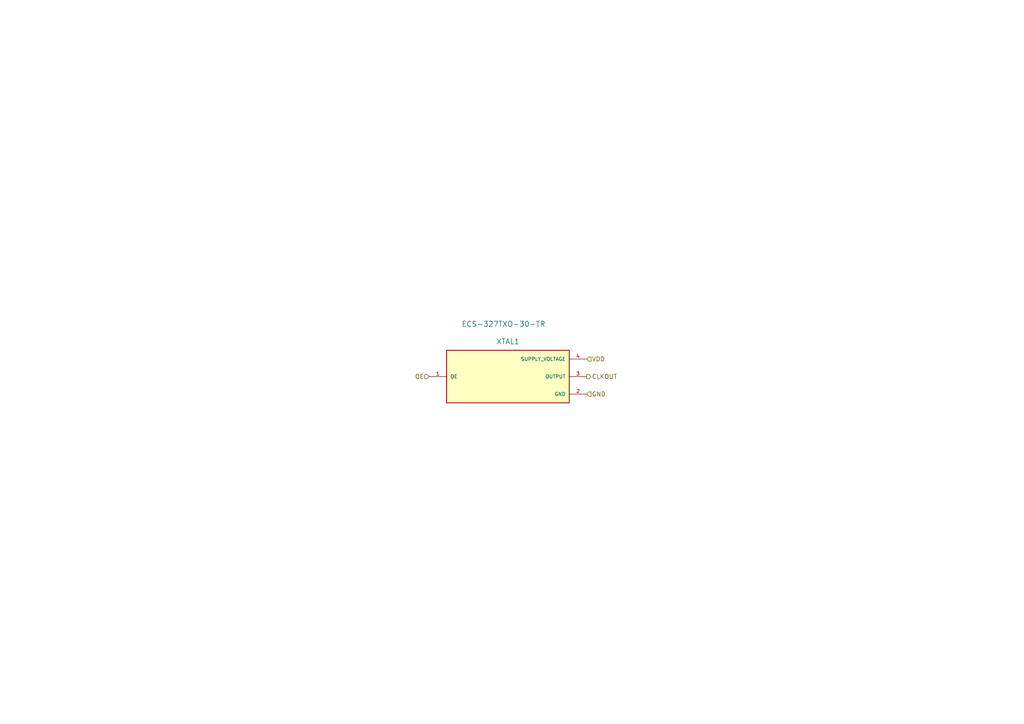
<source format=kicad_sch>
(kicad_sch (version 20230121) (generator eeschema)
  (paper "A4")
  (lib_symbols
    (symbol "ECS-327TXO-30-TR:ECS-327TXO-30-TR" (pin_names (offset 1.016))
      (property "Reference" "Y" (at -17.78 8.89 0))
      (property "Value" "ECS-327TXO-30-TR" (at -17.78 -10.16 0))
      (symbol "ECS-327TXO-30-TR_0_0"
        (rectangle (start -17.78 -7.62) (end 17.78 7.62) (stroke (width 0.254)) (fill (type background)))
        (pin input line (at -22.86 0 0) (length 5.08) (name "OE") (number "1"))
        (pin power_in line (at 22.86 -5.08 180) (length 5.08) (name "GND") (number "2"))
        (pin output line (at 22.86 0 180) (length 5.08) (name "OUTPUT") (number "3"))
        (pin power_in line (at 22.86 5.08 180) (length 5.08) (name "SUPPLY_VOLTAGE") (number "4"))
      )
    )
  )
  (hierarchical_label "OE" (shape input) (at 124.46 109.22 180))
  (hierarchical_label "CLKOUT" (shape output) (at 170.18 109.22 0))
  (hierarchical_label "VDD" (shape input) (at 170.18 104.14 0))
  (hierarchical_label "GND" (shape input) (at 170.18 114.3 0))
  (symbol (lib_id "ECS-327TXO-30-TR:ECS-327TXO-30-TR") (at 147.32 109.22 0) (unit 1)
    (property "Reference" "XTAL1" (at 147.32 99.06 0) (effects (font (size 1.524 1.524))))
    (property "Value" "ECS-327TXO-30-TR" (at 146.05 93.98 0) (effects (font (size 1.524 1.524))))
    (property "Footprint" "ECS-327TXO-30-TR:OSC_ECS-327TXO-30-TR" (effects hide))
    (property "Datasheet" "ECS-327TXO-30-TR:OSC_ECS-327TXO-30-TR" (effects hide))
    (property "MF" "ECS Inc." (effects hide))
    (property "MAXIMUM_PACKAGE_HEIGHT" "1.4 mm" (effects hide))
    (property "Package" "None" (effects hide))
    (property "Price" "None" (effects hide))
    (property "Check_prices" "https://www.snapeda.com/parts/ECS-327TXO-30-TR/ECS+Inc./view-part/?ref=eda" (effects hide))
    (property "STANDARD" "Manufacturer Recommendations" (effects hide))
    (property "PARTREV" "Rev.2019" (effects hide))
    (property "SnapEDA_Link" "https://www.snapeda.com/parts/ECS-327TXO-30-TR/ECS+Inc./view-part/?ref=snap" (effects hide))
    (property "MP" "ECS-327TXO-30-TR" (effects hide))
    (property "Purchase-URL" "https://www.snapeda.com/api/url_track_click_mouser/?unipart_id=5049894&manufacturer=ECS Inc.&part_name=ECS-327TXO-30-TR&search_term=None" (effects hide))
    (property "Description" "\n32.768 kHz TCXO CMOS Oscillator 3V Enable/Disable 4-SMD, No Lead\n" (effects hide))
    (property "Availability" "In Stock" (effects hide))
    (property "MANUFACTURER" "ECS" (effects hide))
  )
)
</source>
